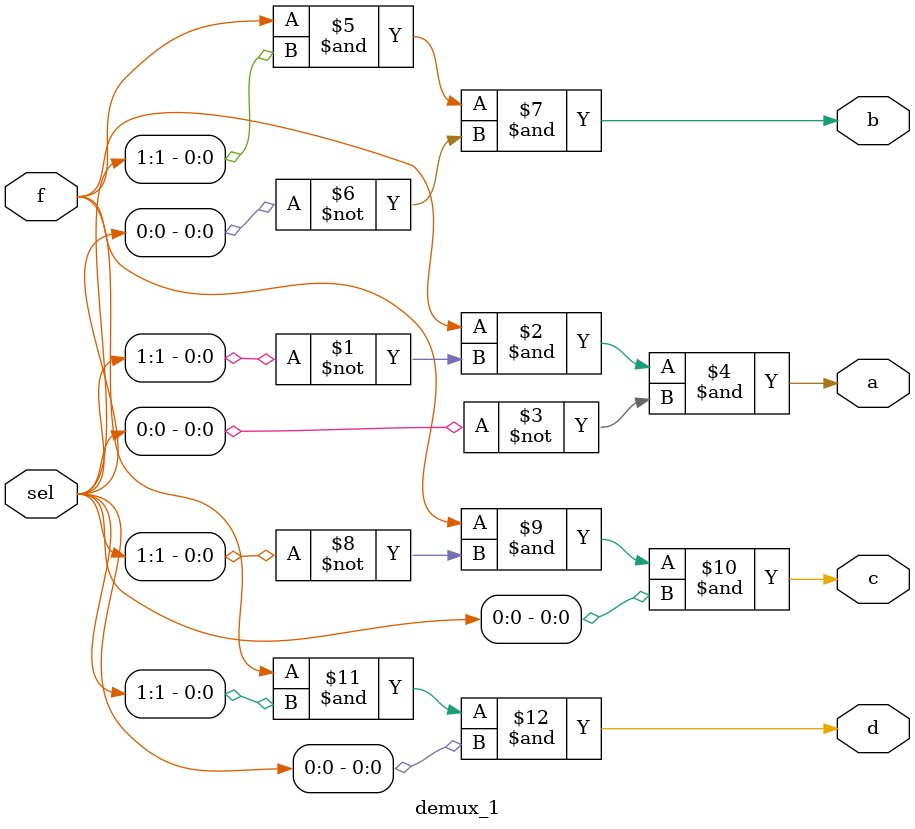
<source format=sv>
module demux_1(input f, input[1:0] sel, output a,b,c,d);

assign a=f&~sel[1] & ~sel[0];
assign b=f & sel[1] & ~sel[0];
assign c=f & ~sel[1] &  sel[0];
assign d=f & sel[1] &  sel[0];

endmodule

</source>
